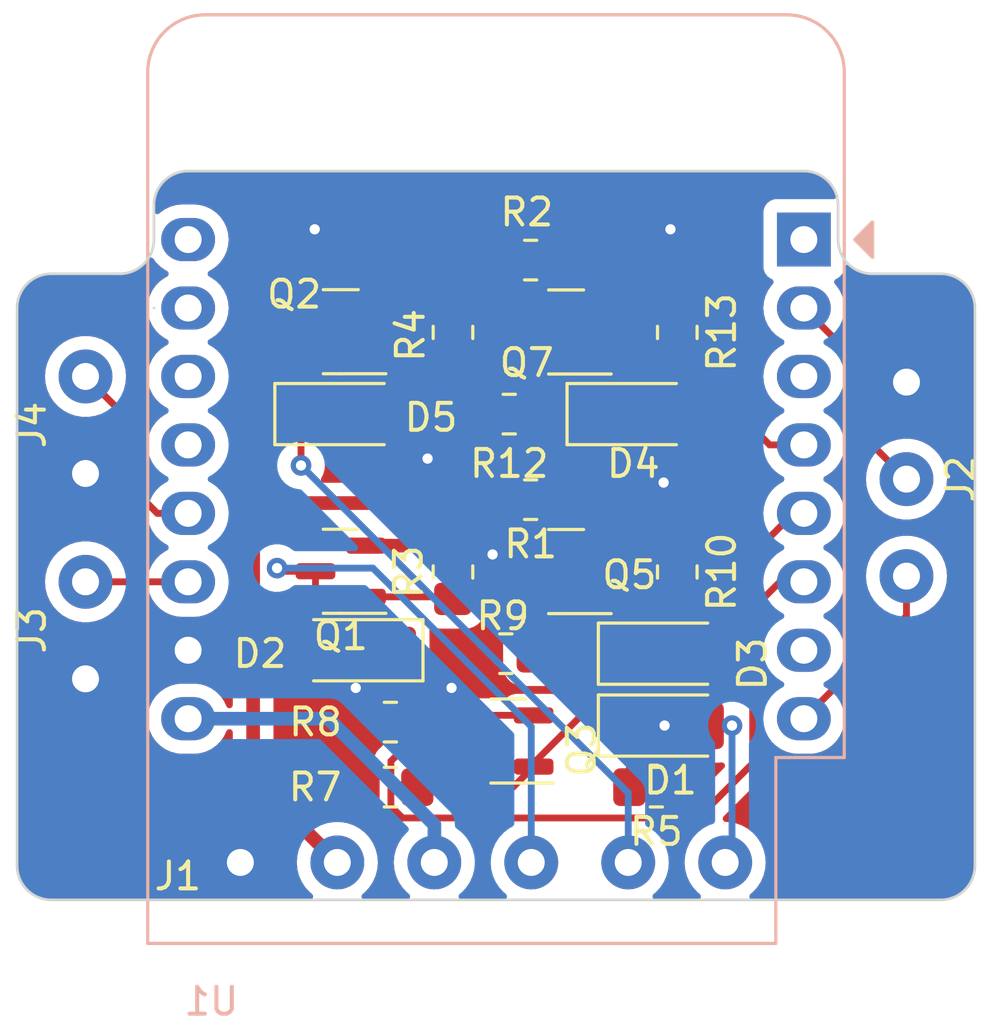
<source format=kicad_pcb>
(kicad_pcb (version 20221018) (generator pcbnew)
  (title_block (comment 4 "AISLER Project ID: OXXCAETM"))
  (layers (0 "F.Cu" signal) (31 "B.Cu" signal) (34 "B.Paste" user) (35 "F.Paste" user) (36 "B.SilkS" user "B.Silkscreen") (37 "F.SilkS" user "F.Silkscreen") (38 "B.Mask" user) (39 "F.Mask" user) (44 "Edge.Cuts" user))
  (net 0 "")
  (net 1 "MIST_VALVE_3V3")
  (net 2 "MIST_AIR_3V3")
  (net 3 "GND")
  (net 4 "+24V")
  (net 5 "+5V")
  (net 6 "MIST_AIR")
  (net 7 "MIST_VALVE")
  (net 8 "REMOTE_EN")
  (net 10 "ADC_1")
  (net 11 "+3.3V")
  (net 12 "KEY_2")
  (net 15 "Net-(D3-K)")
  (net 16 "Net-(D4-K)")
  (net 17 "Net-(Q1-G)")
  (net 18 "Net-(Q2-G)")
  (net 19 "KEY_1")
  (net 20 "Net-(Q3-S)")
  (net 21 "SDA")
  (net 22 "SCL")
  (net 24 "Net-(D1-K)")
  (net 25 "Net-(Q5-S)")
  (net 26 "Net-(Q7-S)")
  (net 27 "Net-(Q3-D)")
  (footprint "Package_TO_SOT_SMD:SOT-23" (layer "F.Cu") (at 12.651 14.8488 180)
    (fp_text reference "Q1" (at 0 -2.4 180) (layer "F.SilkS"))
    (fp_text value "BSS84")
    (fp_line (start 0 -1.56) (end -1.675 -1.56) (stroke (width 0.12)) (layer "F.SilkS"))
    (fp_line (start 0 -1.56) (end 0.65 -1.56) (stroke (width 0.12)) (layer "F.SilkS"))
    (fp_line (start 0 1.56) (end -0.65 1.56) (stroke (width 0.12)) (layer "F.SilkS"))
    (fp_line (start 0 1.56) (end 0.65 1.56) (stroke (width 0.12)) (layer "F.SilkS"))
    (pad "1" smd roundrect (at -0.9375 -0.95 180) (size 1.475 0.6) (layers "F.Cu" "F.Paste" "F.Mask") (net 17 "Net-(Q1-G)"))
    (pad "2" smd roundrect (at -0.9375 0.95 180) (size 1.475 0.6) (layers "F.Cu" "F.Paste" "F.Mask") (net 4 "+24V"))
    (pad "3" smd roundrect (at 0.9375 0 180) (size 1.475 0.6) (layers "F.Cu" "F.Paste" "F.Mask") (net 6 "MIST_AIR"))
  )
  (footprint "LED_SMD:LED_1206_3216Metric_Pad1.42x1.75mm_HandSolder" (layer "F.Cu") (at 23.5125 9.017)
    (fp_text reference "D4" (at 0 1.839) (layer "F.SilkS"))
    (fp_text value "LED")
    (fp_line (start -2.46 -1.135) (end -2.46 1.135) (stroke (width 0.12)) (layer "F.SilkS"))
    (fp_line (start -2.46 1.135) (end 1.6 1.135) (stroke (width 0.12)) (layer "F.SilkS"))
    (fp_line (start 1.6 -1.135) (end -2.46 -1.135) (stroke (width 0.12)) (layer "F.SilkS"))
    (pad "1" smd roundrect (at -1.4875 0) (size 1.425 1.75) (layers "F.Cu" "F.Paste" "F.Mask") (roundrect_rratio 0.1754392982) (net 16 "Net-(D4-K)"))
    (pad "2" smd roundrect (at 1.4875 0) (size 1.425 1.75) (layers "F.Cu" "F.Paste" "F.Mask") (roundrect_rratio 0.1754392982) (net 1 "MIST_VALVE_3V3"))
  )
  (footprint "Diode_SMD:D_1206_3216Metric_Pad1.42x1.75mm_HandSolder" (layer "F.Cu") (at 13.2445 17.78 180)
    (fp_text reference "D2" (at 3.5925 -0.127) (layer "F.SilkS"))
    (fp_text value "LL4148")
    (fp_line (start -2.46 -1.135) (end -2.46 1.135) (stroke (width 0.12)) (layer "F.SilkS"))
    (fp_line (start -2.46 1.135) (end 1.6 1.135) (stroke (width 0.12)) (layer "F.SilkS"))
    (fp_line (start 1.6 -1.135) (end -2.46 -1.135) (stroke (width 0.12)) (layer "F.SilkS"))
    (pad "1" smd roundrect (at -1.4875 0 180) (size 1.425 1.75) (layers "F.Cu" "F.Paste" "F.Mask") (roundrect_rratio 0.1754392982) (net 6 "MIST_AIR"))
    (pad "2" smd roundrect (at 1.4875 0 180) (size 1.425 1.75) (layers "F.Cu" "F.Paste" "F.Mask") (roundrect_rratio 0.1754392982) (net 3 "GND"))
  )
  (footprint "Resistor_SMD:R_0805_2012Metric_Pad1.20x1.40mm_HandSolder" (layer "F.Cu") (at 18.907 9.017)
    (fp_text reference "R12" (at 0 1.839) (layer "F.SilkS"))
    (fp_text value "470R")
    (fp_line (start -0.227064 -0.735) (end 0.227064 -0.735) (stroke (width 0.12)) (layer "F.SilkS"))
    (fp_line (start -0.227064 0.735) (end 0.227064 0.735) (stroke (width 0.12)) (layer "F.SilkS"))
    (pad "1" smd roundrect (at -1 0) (size 1.2 1.4) (layers "F.Cu" "F.Paste" "F.Mask") (roundrect_rratio 0.2083333333) (net 3 "GND"))
    (pad "2" smd roundrect (at 1 0) (size 1.2 1.4) (layers "F.Cu" "F.Paste" "F.Mask") (roundrect_rratio 0.2083333333) (net 16 "Net-(D4-K)"))
  )
  (footprint "Connector_Wire:SolderWire-0.1sqmm_1x02_P3.6mm_D0.4mm_OD1mm" (layer "F.Cu") (at 3.175 18.84 90)
    (fp_text reference "J3" (at 1.8 -2 90) (layer "F.SilkS"))
    (fp_text value "KEY_2")
    (pad "1" thru_hole roundrect (at 0 0 90) (size 2 2) (drill 1) (layers "*.Cu" "*.Mask") (roundrect_rratio 0.15625) (net 3 "GND"))
    (pad "2" thru_hole circle (at 3.6 0 90) (size 2 2) (drill 1) (layers "*.Cu" "*.Mask") (net 12 "KEY_2"))
  )
  (footprint "Resistor_SMD:R_0805_2012Metric_Pad1.20x1.40mm_HandSolder" (layer "F.Cu") (at 25.146 14.875 -90)
    (fp_text reference "R10" (at 0 -1.65 90) (layer "F.SilkS"))
    (fp_text value "10K")
    (fp_line (start -0.227064 -0.735) (end 0.227064 -0.735) (stroke (width 0.12)) (layer "F.SilkS"))
    (fp_line (start -0.227064 0.735) (end 0.227064 0.735) (stroke (width 0.12)) (layer "F.SilkS"))
    (pad "1" smd roundrect (at -1 0 270) (size 1.2 1.4) (layers "F.Cu" "F.Paste" "F.Mask") (roundrect_rratio 0.2083333333) (net 3 "GND"))
    (pad "2" smd roundrect (at 1 0 270) (size 1.2 1.4) (layers "F.Cu" "F.Paste" "F.Mask") (roundrect_rratio 0.2083333333) (net 2 "MIST_AIR_3V3"))
  )
  (footprint "Diode_SMD:D_1206_3216Metric_Pad1.42x1.75mm_HandSolder" (layer "F.Cu") (at 12.6635 9.017)
    (fp_text reference "D5" (at 3.3385 0.127) (layer "F.SilkS"))
    (fp_text value "LL4148")
    (fp_line (start -2.46 -1.135) (end -2.46 1.135) (stroke (width 0.12)) (layer "F.SilkS"))
    (fp_line (start -2.46 1.135) (end 1.6 1.135) (stroke (width 0.12)) (layer "F.SilkS"))
    (fp_line (start 1.6 -1.135) (end -2.46 -1.135) (stroke (width 0.12)) (layer "F.SilkS"))
    (pad "1" smd roundrect (at -1.4875 0) (size 1.425 1.75) (layers "F.Cu" "F.Paste" "F.Mask") (roundrect_rratio 0.1754392982) (net 7 "MIST_VALVE"))
    (pad "2" smd roundrect (at 1.4875 0) (size 1.425 1.75) (layers "F.Cu" "F.Paste" "F.Mask") (roundrect_rratio 0.1754392982) (net 3 "GND"))
  )
  (footprint "Package_TO_SOT_SMD:SOT-23" (layer "F.Cu") (at 18.8745 21.148 180)
    (fp_text reference "Q3" (at -2.7155 -0.32 90) (layer "F.SilkS"))
    (fp_text value "BSS138")
    (fp_line (start 0 -1.56) (end -1.675 -1.56) (stroke (width 0.12)) (layer "F.SilkS"))
    (fp_line (start 0 -1.56) (end 0.65 -1.56) (stroke (width 0.12)) (layer "F.SilkS"))
    (fp_line (start 0 1.56) (end -0.65 1.56) (stroke (width 0.12)) (layer "F.SilkS"))
    (fp_line (start 0 1.56) (end 0.65 1.56) (stroke (width 0.12)) (layer "F.SilkS"))
    (pad "1" smd roundrect (at -0.9375 -0.95 180) (size 1.475 0.6) (layers "F.Cu" "F.Paste" "F.Mask") (net 8 "REMOTE_EN"))
    (pad "2" smd roundrect (at -0.9375 0.95 180) (size 1.475 0.6) (layers "F.Cu" "F.Paste" "F.Mask") (net 20 "Net-(Q3-S)"))
    (pad "3" smd roundrect (at 0.9375 0 180) (size 1.475 0.6) (layers "F.Cu" "F.Paste" "F.Mask") (net 27 "Net-(Q3-D)"))
  )
  (footprint "Resistor_SMD:R_0805_2012Metric_Pad1.20x1.40mm_HandSolder" (layer "F.Cu") (at 19.701 3.302 180)
    (fp_text reference "R2" (at 0.143 1.778) (layer "F.SilkS"))
    (fp_text value "18K")
    (fp_line (start -0.227064 -0.735) (end 0.227064 -0.735) (stroke (width 0.12)) (layer "F.SilkS"))
    (fp_line (start -0.227064 0.735) (end 0.227064 0.735) (stroke (width 0.12)) (layer "F.SilkS"))
    (pad "1" smd roundrect (at -1 0 180) (size 1.2 1.4) (layers "F.Cu" "F.Paste" "F.Mask") (roundrect_rratio 0.2083333333) (net 3 "GND"))
    (pad "2" smd roundrect (at 1 0 180) (size 1.2 1.4) (layers "F.Cu" "F.Paste" "F.Mask") (roundrect_rratio 0.2083333333) (net 26 "Net-(Q7-S)"))
  )
  (footprint "Connector_Wire:SolderWire-0.1sqmm_1x06_P3.6mm_D0.4mm_OD1mm" (layer "F.Cu") (at 8.924 25.654)
    (fp_text reference "J1" (at -2.32 0.508) (layer "F.SilkS"))
    (fp_text value "MIST")
    (pad "1" thru_hole roundrect (at 0 0) (size 2 2) (drill 1) (layers "*.Cu" "*.Mask") (roundrect_rratio 0.15625) (net 3 "GND"))
    (pad "2" thru_hole circle (at 3.6 0) (size 2 2) (drill 1) (layers "*.Cu" "*.Mask") (net 4 "+24V"))
    (pad "3" thru_hole circle (at 7.2 0) (size 2 2) (drill 1) (layers "*.Cu" "*.Mask") (net 5 "+5V"))
    (pad "4" thru_hole circle (at 10.8 0) (size 2 2) (drill 1) (layers "*.Cu" "*.Mask") (net 6 "MIST_AIR"))
    (pad "5" thru_hole circle (at 14.4 0) (size 2 2) (drill 1) (layers "*.Cu" "*.Mask") (net 7 "MIST_VALVE"))
    (pad "6" thru_hole circle (at 18 0) (size 2 2) (drill 1) (layers "*.Cu" "*.Mask") (net 8 "REMOTE_EN"))
  )
  (footprint "Package_TO_SOT_SMD:SOT-23" (layer "F.Cu") (at 21.0165 5.969 180)
    (fp_text reference "Q7" (at 1.4585 -1.143 180) (layer "F.SilkS"))
    (fp_text value "BSS138")
    (fp_line (start 0 -1.56) (end -1.675 -1.56) (stroke (width 0.12)) (layer "F.SilkS"))
    (fp_line (start 0 -1.56) (end 0.65 -1.56) (stroke (width 0.12)) (layer "F.SilkS"))
    (fp_line (start 0 1.56) (end -0.65 1.56) (stroke (width 0.12)) (layer "F.SilkS"))
    (fp_line (start 0 1.56) (end 0.65 1.56) (stroke (width 0.12)) (layer "F.SilkS"))
    (pad "1" smd roundrect (at -0.9375 -0.95 180) (size 1.475 0.6) (layers "F.Cu" "F.Paste" "F.Mask") (net 1 "MIST_VALVE_3V3"))
    (pad "2" smd roundrect (at -0.9375 0.95 180) (size 1.475 0.6) (layers "F.Cu" "F.Paste" "F.Mask") (net 26 "Net-(Q7-S)"))
    (pad "3" smd roundrect (at 0.9375 0 180) (size 1.475 0.6) (layers "F.Cu" "F.Paste" "F.Mask") (net 18 "Net-(Q2-G)"))
  )
  (footprint "Connector_Wire:SolderWire-0.1sqmm_1x03_P3.6mm_D0.4mm_OD1mm" (layer "F.Cu") (at 33.655 7.83 -90)
    (fp_text reference "J2" (at 3.6 -2 90) (layer "F.SilkS"))
    (fp_text value "ADC_1")
    (pad "1" thru_hole roundrect (at 0 0 270) (size 2 2) (drill 1) (layers "*.Cu" "*.Mask") (roundrect_rratio 0.15625) (net 3 "GND"))
    (pad "2" thru_hole circle (at 3.6 0 270) (size 2 2) (drill 1) (layers "*.Cu" "*.Mask") (net 10 "ADC_1"))
    (pad "3" thru_hole circle (at 7.2 0 270) (size 2 2) (drill 1) (layers "*.Cu" "*.Mask") (net 11 "+3.3V"))
  )
  (footprint "Resistor_SMD:R_0805_2012Metric_Pad1.20x1.40mm_HandSolder" (layer "F.Cu") (at 19.701 12.192 180)
    (fp_text reference "R1" (at 0 -1.65) (layer "F.SilkS"))
    (fp_text value "18K")
    (fp_line (start -0.227064 -0.735) (end 0.227064 -0.735) (stroke (width 0.12)) (layer "F.SilkS"))
    (fp_line (start -0.227064 0.735) (end 0.227064 0.735) (stroke (width 0.12)) (layer "F.SilkS"))
    (pad "1" smd roundrect (at -1 0 180) (size 1.2 1.4) (layers "F.Cu" "F.Paste" "F.Mask") (roundrect_rratio 0.2083333333) (net 3 "GND"))
    (pad "2" smd roundrect (at 1 0 180) (size 1.2 1.4) (layers "F.Cu" "F.Paste" "F.Mask") (roundrect_rratio 0.2083333333) (net 25 "Net-(Q5-S)"))
  )
  (footprint "Resistor_SMD:R_0805_2012Metric_Pad1.20x1.40mm_HandSolder" (layer "F.Cu") (at 25.146 5.985 -90)
    (fp_text reference "R13" (at 0 -1.65 90) (layer "F.SilkS"))
    (fp_text value "10K")
    (fp_line (start -0.227064 -0.735) (end 0.227064 -0.735) (stroke (width 0.12)) (layer "F.SilkS"))
    (fp_line (start -0.227064 0.735) (end 0.227064 0.735) (stroke (width 0.12)) (layer "F.SilkS"))
    (pad "1" smd roundrect (at -1 0 270) (size 1.2 1.4) (layers "F.Cu" "F.Paste" "F.Mask") (roundrect_rratio 0.2083333333) (net 3 "GND"))
    (pad "2" smd roundrect (at 1 0 270) (size 1.2 1.4) (layers "F.Cu" "F.Paste" "F.Mask") (roundrect_rratio 0.2083333333) (net 1 "MIST_VALVE_3V3"))
  )
  (footprint "Package_TO_SOT_SMD:SOT-23" (layer "F.Cu") (at 12.651 5.9588 180)
    (fp_text reference "Q2" (at 1.729 1.3868 180) (layer "F.SilkS"))
    (fp_text value "BSS84")
    (fp_line (start 0 -1.56) (end -1.675 -1.56) (stroke (width 0.12)) (layer "F.SilkS"))
    (fp_line (start 0 -1.56) (end 0.65 -1.56) (stroke (width 0.12)) (layer "F.SilkS"))
    (fp_line (start 0 1.56) (end -0.65 1.56) (stroke (width 0.12)) (layer "F.SilkS"))
    (fp_line (start 0 1.56) (end 0.65 1.56) (stroke (width 0.12)) (layer "F.SilkS"))
    (pad "1" smd roundrect (at -0.9375 -0.95 180) (size 1.475 0.6) (layers "F.Cu" "F.Paste" "F.Mask") (net 18 "Net-(Q2-G)"))
    (pad "2" smd roundrect (at -0.9375 0.95 180) (size 1.475 0.6) (layers "F.Cu" "F.Paste" "F.Mask") (net 4 "+24V"))
    (pad "3" smd roundrect (at 0.9375 0 180) (size 1.475 0.6) (layers "F.Cu" "F.Paste" "F.Mask") (net 7 "MIST_VALVE"))
  )
  (footprint "LED_SMD:LED_1206_3216Metric_Pad1.42x1.75mm_HandSolder" (layer "F.Cu") (at 24.6745 17.907)
    (fp_text reference "D3" (at 3.2655 0.381 -90) (layer "F.SilkS"))
    (fp_text value "LED")
    (fp_line (start -2.46 -1.135) (end -2.46 1.135) (stroke (width 0.12)) (layer "F.SilkS"))
    (fp_line (start -2.46 1.135) (end 1.6 1.135) (stroke (width 0.12)) (layer "F.SilkS"))
    (fp_line (start 1.6 -1.135) (end -2.46 -1.135) (stroke (width 0.12)) (layer "F.SilkS"))
    (pad "1" smd roundrect (at -1.4875 0) (size 1.425 1.75) (layers "F.Cu" "F.Paste" "F.Mask") (roundrect_rratio 0.1754392982) (net 15 "Net-(D3-K)"))
    (pad "2" smd roundrect (at 1.4875 0) (size 1.425 1.75) (layers "F.Cu" "F.Paste" "F.Mask") (roundrect_rratio 0.1754392982) (net 2 "MIST_AIR_3V3"))
  )
  (footprint "Resistor_SMD:R_0805_2012Metric_Pad1.20x1.40mm_HandSolder" (layer "F.Cu") (at 16.818 14.875 90)
    (fp_text reference "R3" (at 0 -1.65 90) (layer "F.SilkS"))
    (fp_text value "10K")
    (fp_line (start -0.227064 -0.735) (end 0.227064 -0.735) (stroke (width 0.12)) (layer "F.SilkS"))
    (fp_line (start -0.227064 0.735) (end 0.227064 0.735) (stroke (width 0.12)) (layer "F.SilkS"))
    (pad "1" smd roundrect (at -1 0 90) (size 1.2 1.4) (layers "F.Cu" "F.Paste" "F.Mask") (roundrect_rratio 0.2083333333) (net 17 "Net-(Q1-G)"))
    (pad "2" smd roundrect (at 1 0 90) (size 1.2 1.4) (layers "F.Cu" "F.Paste" "F.Mask") (roundrect_rratio 0.2083333333) (net 4 "+24V"))
  )
  (footprint "Package_TO_SOT_SMD:SOT-23" (layer "F.Cu") (at 21.0165 14.859 180)
    (fp_text reference "Q5" (at -2.3515 -0.127 180) (layer "F.SilkS"))
    (fp_text value "BSS138")
    (fp_line (start 0 -1.56) (end -1.675 -1.56) (stroke (width 0.12)) (layer "F.SilkS"))
    (fp_line (start 0 -1.56) (end 0.65 -1.56) (stroke (width 0.12)) (layer "F.SilkS"))
    (fp_line (start 0 1.56) (end -0.65 1.56) (stroke (width 0.12)) (layer "F.SilkS"))
    (fp_line (start 0 1.56) (end 0.65 1.56) (stroke (width 0.12)) (layer "F.SilkS"))
    (pad "1" smd roundrect (at -0.9375 -0.95 180) (size 1.475 0.6) (layers "F.Cu" "F.Paste" "F.Mask") (net 2 "MIST_AIR_3V3"))
    (pad "2" smd roundrect (at -0.9375 0.95 180) (size 1.475 0.6) (layers "F.Cu" "F.Paste" "F.Mask") (net 25 "Net-(Q5-S)"))
    (pad "3" smd roundrect (at 0.9375 0 180) (size 1.475 0.6) (layers "F.Cu" "F.Paste" "F.Mask") (net 17 "Net-(Q1-G)"))
  )
  (footprint "Resistor_SMD:R_0805_2012Metric_Pad1.20x1.40mm_HandSolder" (layer "F.Cu") (at 14.494 20.447)
    (fp_text reference "R8" (at -2.778 0) (layer "F.SilkS"))
    (fp_text value "18K")
    (fp_line (start -0.227064 -0.735) (end 0.227064 -0.735) (stroke (width 0.12)) (layer "F.SilkS"))
    (fp_line (start -0.227064 0.735) (end 0.227064 0.735) (stroke (width 0.12)) (layer "F.SilkS"))
    (pad "1" smd roundrect (at -1 0) (size 1.2 1.4) (layers "F.Cu" "F.Paste" "F.Mask") (roundrect_rratio 0.2083333333) (net 3 "GND"))
    (pad "2" smd roundrect (at 1 0) (size 1.2 1.4) (layers "F.Cu" "F.Paste" "F.Mask") (roundrect_rratio 0.2083333333) (net 20 "Net-(Q3-S)"))
  )
  (footprint "Resistor_SMD:R_0805_2012Metric_Pad1.20x1.40mm_HandSolder" (layer "F.Cu") (at 14.494 22.86)
    (fp_text reference "R7" (at -2.794 0) (layer "F.SilkS"))
    (fp_text value "10K")
    (fp_line (start -0.227064 -0.735) (end 0.227064 -0.735) (stroke (width 0.12)) (layer "F.SilkS"))
    (fp_line (start -0.227064 0.735) (end 0.227064 0.735) (stroke (width 0.12)) (layer "F.SilkS"))
    (pad "1" smd roundrect (at -1 0) (size 1.2 1.4) (layers "F.Cu" "F.Paste" "F.Mask") (roundrect_rratio 0.2083333333) (net 3 "GND"))
    (pad "2" smd roundrect (at 1 0) (size 1.2 1.4) (layers "F.Cu" "F.Paste" "F.Mask") (roundrect_rratio 0.2083333333) (net 8 "REMOTE_EN"))
  )
  (footprint "Connector_Wire:SolderWire-0.1sqmm_1x02_P3.6mm_D0.4mm_OD1mm" (layer "F.Cu") (at 3.175 11.22 90)
    (fp_text reference "J4" (at 1.8 -2 90) (layer "F.SilkS"))
    (fp_text value "KEY_1")
    (pad "1" thru_hole roundrect (at 0 0 90) (size 2 2) (drill 1) (layers "*.Cu" "*.Mask") (roundrect_rratio 0.15625) (net 3 "GND"))
    (pad "2" thru_hole circle (at 3.6 0 90) (size 2 2) (drill 1) (layers "*.Cu" "*.Mask") (net 19 "KEY_1"))
  )
  (footprint "Resistor_SMD:R_0805_2012Metric_Pad1.20x1.40mm_HandSolder" (layer "F.Cu") (at 18.78 17.907)
    (fp_text reference "R9" (at -0.111 -1.397) (layer "F.SilkS"))
    (fp_text value "470R")
    (fp_line (start -0.227064 -0.735) (end 0.227064 -0.735) (stroke (width 0.12)) (layer "F.SilkS"))
    (fp_line (start -0.227064 0.735) (end 0.227064 0.735) (stroke (width 0.12)) (layer "F.SilkS"))
    (pad "1" smd roundrect (at -1 0) (size 1.2 1.4) (layers "F.Cu" "F.Paste" "F.Mask") (roundrect_rratio 0.2083333333) (net 3 "GND"))
    (pad "2" smd roundrect (at 1 0) (size 1.2 1.4) (layers "F.Cu" "F.Paste" "F.Mask") (roundrect_rratio 0.2083333333) (net 15 "Net-(D3-K)"))
  )
  (footprint "Resistor_SMD:R_0805_2012Metric_Pad1.20x1.40mm_HandSolder" (layer "F.Cu") (at 24.368 22.86 180)
    (fp_text reference "R5" (at 0 -1.65) (layer "F.SilkS"))
    (fp_text value "470R")
    (fp_line (start -0.227064 -0.735) (end 0.227064 -0.735) (stroke (width 0.12)) (layer "F.SilkS"))
    (fp_line (start -0.227064 0.735) (end 0.227064 0.735) (stroke (width 0.12)) (layer "F.SilkS"))
    (pad "1" smd roundrect (at -1 0 180) (size 1.2 1.4) (layers "F.Cu" "F.Paste" "F.Mask") (roundrect_rratio 0.2083333333) (net 3 "GND"))
    (pad "2" smd roundrect (at 1 0 180) (size 1.2 1.4) (layers "F.Cu" "F.Paste" "F.Mask") (roundrect_rratio 0.2083333333) (net 24 "Net-(D1-K)"))
  )
  (footprint "LED_SMD:LED_1206_3216Metric_Pad1.42x1.75mm_HandSolder" (layer "F.Cu") (at 24.6745 20.574)
    (fp_text reference "D1" (at 0.2175 2.032) (layer "F.SilkS"))
    (fp_text value "LED")
    (fp_line (start -2.46 -1.135) (end -2.46 1.135) (stroke (width 0.12)) (layer "F.SilkS"))
    (fp_line (start -2.46 1.135) (end 1.6 1.135) (stroke (width 0.12)) (layer "F.SilkS"))
    (fp_line (start 1.6 -1.135) (end -2.46 -1.135) (stroke (width 0.12)) (layer "F.SilkS"))
    (pad "1" smd roundrect (at -1.4875 0) (size 1.425 1.75) (layers "F.Cu" "F.Paste" "F.Mask") (roundrect_rratio 0.1754392982) (net 24 "Net-(D1-K)"))
    (pad "2" smd roundrect (at 1.4875 0) (size 1.425 1.75) (layers "F.Cu" "F.Paste" "F.Mask") (roundrect_rratio 0.1754392982) (net 8 "REMOTE_EN"))
  )
  (footprint "Resistor_SMD:R_0805_2012Metric_Pad1.20x1.40mm_HandSolder" (layer "F.Cu") (at 16.818 5.985 90)
    (fp_text reference "R4" (at -0.111 -1.578 90) (layer "F.SilkS"))
    (fp_text value "10K")
    (fp_line (start -0.227064 -0.735) (end 0.227064 -0.735) (stroke (width 0.12)) (layer "F.SilkS"))
    (fp_line (start -0.227064 0.735) (end 0.227064 0.735) (stroke (width 0.12)) (layer "F.SilkS"))
    (pad "1" smd roundrect (at -1 0 90) (size 1.2 1.4) (layers "F.Cu" "F.Paste" "F.Mask") (roundrect_rratio 0.2083333333) (net 18 "Net-(Q2-G)"))
    (pad "2" smd roundrect (at 1 0 90) (size 1.2 1.4) (layers "F.Cu" "F.Paste" "F.Mask") (roundrect_rratio 0.2083333333) (net 4 "+24V"))
  )
  (footprint "Module:WEMOS_D1_mini_light" (layer "B.Cu") (at 29.845 2.54 180)
    (fp_text reference "U1" (at 22 -28.27) (layer "B.SilkS") (effects (justify mirror)))
    (fp_text value "WeMos_D1_mini")
    (fp_line (start -1.5 -19.22) (end -1.5 6.21) (stroke (width 0.12)) (layer "B.SilkS"))
    (fp_line (start -1.5 -19.22) (end 1.04 -19.22) (stroke (width 0.12)) (layer "B.SilkS"))
    (fp_line (start 1.04 -26.12) (end 24.36 -26.12) (stroke (width 0.12)) (layer "B.SilkS"))
    (fp_line (start 1.04 -19.22) (end 1.04 -26.12) (stroke (width 0.12)) (layer "B.SilkS"))
    (fp_line (start 22.24 8.34) (end 0.63 8.34) (stroke (width 0.12)) (layer "B.SilkS"))
    (fp_line (start 24.36 -26.12) (end 24.36 6.21) (stroke (width 0.12)) (layer "B.SilkS"))
    (fp_arc (start 0.63 8.34) (mid -0.876137 7.716137) (end -1.5 6.21) (stroke (width 0.12)) (layer "B.SilkS"))
    (fp_arc (start 24.36 6.21) (mid 23.736137 7.716137) (end 22.23 8.34) (stroke (width 0.12)) (layer "B.SilkS"))
    (fp_poly (pts (xy -2.54 0.635) (xy -2.54 -0.635) (xy -1.905 0)) (stroke (width 0.15)) (fill solid) (layer "B.SilkS"))
    (pad "1" thru_hole rect (at 0 0 180) (size 2 2) (drill 1) (layers "*.Cu" "*.Mask"))
    (pad "2" thru_hole oval (at 0 -2.54 180) (size 2 1.6) (drill 1) (layers "*.Cu" "*.Mask") (net 10 "ADC_1"))
    (pad "3" thru_hole oval (at 0 -5.08 180) (size 2 1.6) (drill 1) (layers "*.Cu" "*.Mask"))
    (pad "4" thru_hole oval (at 0 -7.62 180) (size 2 1.6) (drill 1) (layers "*.Cu" "*.Mask") (net 1 "MIST_VALVE_3V3"))
    (pad "5" thru_hole oval (at 0 -10.16 180) (size 2 1.6) (drill 1) (layers "*.Cu" "*.Mask") (net 2 "MIST_AIR_3V3"))
    (pad "6" thru_hole oval (at 0 -12.7 180) (size 2 1.6) (drill 1) (layers "*.Cu" "*.Mask") (net 27 "Net-(Q3-D)"))
    (pad "7" thru_hole oval (at 0 -15.24 180) (size 2 1.6) (drill 1) (layers "*.Cu" "*.Mask"))
    (pad "8" thru_hole oval (at 0 -17.78 180) (size 2 1.6) (drill 1) (layers "*.Cu" "*.Mask") (net 11 "+3.3V"))
    (pad "9" thru_hole oval (at 22.86 -17.78 180) (size 2 1.6) (drill 1) (layers "*.Cu" "*.Mask") (net 5 "+5V"))
    (pad "10" thru_hole oval (at 22.86 -15.24 180) (size 2 1.6) (drill 1) (layers "*.Cu" "*.Mask") (net 3 "GND"))
    (pad "11" thru_hole oval (at 22.86 -12.7 180) (size 2 1.6) (drill 1) (layers "*.Cu" "*.Mask") (net 12 "KEY_2"))
    (pad "12" thru_hole oval (at 22.86 -10.16 180) (size 2 1.6) (drill 1) (layers "*.Cu" "*.Mask") (net 19 "KEY_1"))
    (pad "13" thru_hole oval (at 22.86 -7.62 180) (size 2 1.6) (drill 1) (layers "*.Cu" "*.Mask") (net 21 "SDA"))
    (pad "14" thru_hole oval (at 22.86 -5.08 180) (size 2 1.6) (drill 1) (layers "*.Cu" "*.Mask") (net 22 "SCL"))
    (pad "15" thru_hole oval (at 22.86 -2.54 180) (size 2 1.6) (drill 1) (layers "*.Cu" "*.Mask"))
    (pad "16" thru_hole oval (at 22.86 0 180) (size 2 1.6) (drill 1) (layers "*.Cu" "*.Mask"))
  )
  (gr_line (start 0.635 25.771974) (end 0.635 5.08) (stroke (width 0.1)) (layer "Edge.Cuts"))
  (gr_line (start 36.195 25.771974) (end 36.195 5.08) (stroke (width 0.1)) (layer "Edge.Cuts"))
  (gr_line (start 1.905 3.81) (end 4.445 3.81) (stroke (width 0.1)) (layer "Edge.Cuts"))
  (gr_arc (start 0.635 5.08) (mid 1.006974 4.181974) (end 1.905 3.81) (stroke (width 0.1)) (layer "Edge.Cuts"))
  (gr_line (start 5.715 5.08) (end 5.715 5.08) (stroke (width 0.1)) (layer "Edge.Cuts"))
  (gr_arc (start 1.905 27.041974) (mid 1.006974 26.67) (end 0.635 25.771974) (stroke (width 0.1)) (layer "Edge.Cuts"))
  (gr_arc (start 29.845 0) (mid 30.743026 0.371974) (end 31.115 1.27) (stroke (width 0.1)) (layer "Edge.Cuts"))
  (gr_line (start 6.985 0) (end 29.845 0) (stroke (width 0.1)) (layer "Edge.Cuts"))
  (gr_arc (start 34.925 3.81) (mid 35.823026 4.181974) (end 36.195 5.08) (stroke (width 0.1)) (layer "Edge.Cuts"))
  (gr_line (start 5.715 2.54) (end 5.715 1.27) (stroke (width 0.1)) (layer "Edge.Cuts"))
  (gr_line (start 32.385 3.81) (end 34.925 3.81) (stroke (width 0.1)) (layer "Edge.Cuts"))
  (gr_line (start 31.115 2.54) (end 31.115 1.27) (stroke (width 0.1)) (layer "Edge.Cuts"))
  (gr_arc (start 5.715 2.54) (mid 5.343026 3.438026) (end 4.445 3.81) (stroke (width 0.1)) (layer "Edge.Cuts"))
  (gr_line (start 1.905 27.041974) (end 34.925 27.041974) (stroke (width 0.1)) (layer "Edge.Cuts"))
  (gr_arc (start 32.385 3.81) (mid 31.486974 3.438026) (end 31.115 2.54) (stroke (width 0.1)) (layer "Edge.Cuts"))
  (gr_arc (start 5.715 1.27) (mid 6.086974 0.371974) (end 6.985 0) (stroke (width 0.1)) (layer "Edge.Cuts"))
  (gr_arc (start 36.195 25.771974) (mid 35.823026 26.67) (end 34.925 27.041974) (stroke (width 0.1)) (layer "Edge.Cuts"))
  (segment (start 28.575 10.16) (end 27.305 8.89) (width 0.254) (layer "F.Cu") (net 1))
  (segment (start 25.127 8.89) (end 25 9.017) (width 0.254) (layer "F.Cu") (net 1))
  (segment (start 25.146 6.985) (end 25.146 8.871) (width 0.254) (layer "F.Cu") (net 1))
  (segment (start 25.08 6.919) (end 25.146 6.985) (width 0.254) (layer "F.Cu") (net 1))
  (segment (start 29.845 10.16) (end 28.575 10.16) (width 0.254) (layer "F.Cu") (net 1))
  (segment (start 21.954 6.919) (end 25.08 6.919) (width 0.254) (layer "F.Cu") (net 1))
  (segment (start 27.305 8.89) (end 25.127 8.89) (width 0.254) (layer "F.Cu") (net 1))
  (segment (start 25.146 8.871) (end 25 9.017) (width 0.254) (layer "F.Cu") (net 1))
  (segment (start 26.162 17.907) (end 25.781 17.907) (width 0.254) (layer "F.Cu") (net 2))
  (segment (start 25.08 15.809) (end 25.146 15.875) (width 0.254) (layer "F.Cu") (net 2))
  (segment (start 21.954 15.809) (end 25.08 15.809) (width 0.254) (layer "F.Cu") (net 2))
  (segment (start 29.464 12.7) (end 26.289 15.875) (width 0.254) (layer "F.Cu") (net 2))
  (segment (start 25.146 17.272) (end 25.146 15.875) (width 0.254) (layer "F.Cu") (net 2))
  (segment (start 29.845 12.7) (end 29.464 12.7) (width 0.254) (layer "F.Cu") (net 2))
  (segment (start 26.289 15.875) (end 25.146 15.875) (width 0.254) (layer "F.Cu") (net 2))
  (segment (start 25.781 17.907) (end 25.146 17.272) (width 0.254) (layer "F.Cu") (net 2))
  (via (at 24.892 2.159) (size 0.762) (drill 0.381) (layers "F.Cu" "B.Cu") (net 3))
  (via (at 11.684 2.159) (size 0.762) (drill 0.381) (layers "F.Cu" "B.Cu") (net 3))
  (via (at 18.288 14.224) (size 0.762) (drill 0.381) (layers "F.Cu" "B.Cu") (net 3))
  (via (at 24.638 11.557) (size 0.762) (drill 0.381) (layers "F.Cu" "B.Cu") (net 3))
  (via (at 15.875 10.668) (size 0.762) (drill 0.381) (layers "F.Cu" "B.Cu") (net 3))
  (via (at 24.6745 20.574) (size 0.762) (drill 0.381) (layers "F.Cu" "B.Cu") (net 3))
  (via (at 16.764 19.177) (size 0.762) (drill 0.381) (layers "F.Cu" "B.Cu") (net 3))
  (via (at 13.208 19.177) (size 0.762) (drill 0.381) (layers "F.Cu" "B.Cu") (net 3))
  (segment (start 10.4852 5.0088) (end 9.398 6.096) (width 0.508) (layer "F.Cu") (net 4))
  (segment (start 13.5885 5.0088) (end 10.4852 5.0088) (width 0.508) (layer "F.Cu") (net 4))
  (segment (start 16.7942 13.8988) (end 16.818 13.875) (width 0.508) (layer "F.Cu") (net 4))
  (segment (start 13.5885 5.0088) (end 16.7942 5.0088) (width 0.508) (layer "F.Cu") (net 4))
  (segment (start 16.7942 5.0088) (end 16.818 4.985) (width 0.508) (layer "F.Cu") (net 4))
  (segment (start 16.818 13.875) (end 15.262 12.319) (width 0.508) (layer "F.Cu") (net 4))
  (segment (start 9.398 22.528) (end 9.398 12.319) (width 0.508) (layer "F.Cu") (net 4))
  (segment (start 9.398 12.319) (end 15.262 12.319) (width 0.508) (layer "F.Cu") (net 4))
  (segment (start 13.5885 13.8988) (end 16.7942 13.8988) (width 0.508) (layer "F.Cu") (net 4))
  (segment (start 12.524 25.654) (end 9.398 22.528) (width 0.508) (layer "F.Cu") (net 4))
  (segment (start 9.398 12.319) (end 9.398 6.096) (width 0.508) (layer "F.Cu") (net 4))
  (segment (start 16.129 25.649) (end 16.124 25.654) (width 0.508) (layer "B.Cu") (net 5))
  (segment (start 12.192 20.32) (end 16.129 24.257) (width 0.508) (layer "B.Cu") (net 5))
  (segment (start 6.985 20.32) (end 12.192 20.32) (width 0.508) (layer "B.Cu") (net 5))
  (segment (start 16.129 24.257) (end 16.129 25.649) (width 0.508) (layer "B.Cu") (net 5))
  (segment (start 11.7135 15.412247) (end 11.7135 14.8488) (width 0.254) (layer "F.Cu") (net 6))
  (segment (start 14.081253 17.78) (end 11.7135 15.412247) (width 0.254) (layer "F.Cu") (net 6))
  (segment (start 14.732 17.78) (end 14.081253 17.78) (width 0.254) (layer "F.Cu") (net 6))
  (segment (start 11.7135 14.8488) (end 10.4038 14.8488) (width 0.254) (layer "F.Cu") (net 6))
  (segment (start 10.4038 14.8488) (end 10.287 14.732) (width 0.254) (layer "F.Cu") (net 6))
  (via (at 10.287 14.732) (size 0.762) (drill 0.381) (layers "F.Cu" "B.Cu") (net 6))
  (segment (start 19.724 20.613) (end 19.724 25.654) (width 0.254) (layer "B.Cu") (net 6))
  (segment (start 10.287 14.732) (end 13.843 14.732) (width 0.254) (layer "B.Cu") (net 6))
  (segment (start 13.843 14.732) (end 19.724 20.613) (width 0.254) (layer "B.Cu") (net 6))
  (segment (start 11.176 9.017) (end 11.176 10.922) (width 0.254) (layer "F.Cu") (net 7))
  (segment (start 11.7135 8.4795) (end 11.7135 5.9588) (width 0.254) (layer "F.Cu") (net 7))
  (segment (start 11.176 9.017) (end 11.7135 8.4795) (width 0.254) (layer "F.Cu") (net 7))
  (via (at 11.176 10.922) (size 0.762) (drill 0.381) (layers "F.Cu" "B.Cu") (net 7))
  (segment (start 11.176 10.922) (end 23.324 23.07) (width 0.254) (layer "B.Cu") (net 7))
  (segment (start 23.324 23.07) (end 23.324 25.654) (width 0.254) (layer "B.Cu") (net 7))
  (segment (start 22.463132 19.318) (end 19.812 21.969132) (width 0.254) (layer "F.Cu") (net 8))
  (segment (start 26.162 20.574) (end 27.178 20.574) (width 0.254) (layer "F.Cu") (net 8))
  (segment (start 15.494 22.86) (end 19.05 22.86) (width 0.254) (layer "F.Cu") (net 8))
  (segment (start 24.906 19.318) (end 26.162 20.574) (width 0.254) (layer "F.Cu") (net 8))
  (segment (start 19.812 21.969132) (end 19.812 22.098) (width 0.254) (layer "F.Cu") (net 8))
  (segment (start 22.463132 19.318) (end 24.906 19.318) (width 0.254) (layer "F.Cu") (net 8))
  (segment (start 19.05 22.86) (end 19.812 22.098) (width 0.254) (layer "F.Cu") (net 8))
  (via (at 27.178 20.574) (size 0.762) (drill 0.381) (layers "F.Cu" "B.Cu") (net 8))
  (segment (start 26.924 25.654) (end 27.178 25.4) (width 0.254) (layer "B.Cu") (net 8))
  (segment (start 27.178 25.4) (end 27.178 20.574) (width 0.254) (layer "B.Cu") (net 8))
  (segment (start 29.845 5.08) (end 31.75 6.985) (width 0.254) (layer "F.Cu") (net 10))
  (segment (start 31.75 6.985) (end 31.75 9.525) (width 0.254) (layer "F.Cu") (net 10))
  (segment (start 31.75 9.525) (end 33.655 11.43) (width 0.254) (layer "F.Cu") (net 10))
  (segment (start 29.845 20.32) (end 33.655 16.51) (width 0.254) (layer "F.Cu") (net 11))
  (segment (start 33.655 16.51) (end 33.655 15.03) (width 0.254) (layer "F.Cu") (net 11))
  (segment (start 3.175 15.24) (end 6.985 15.24) (width 0.254) (layer "F.Cu") (net 12))
  (segment (start 19.78 17.907) (end 23.187 17.907) (width 0.254) (layer "F.Cu") (net 15))
  (segment (start 22.025 9.017) (end 19.907 9.017) (width 0.254) (layer "F.Cu") (net 16))
  (segment (start 13.5885 15.7988) (end 16.7418 15.7988) (width 0.254) (layer "F.Cu") (net 17))
  (segment (start 16.818 15.875) (end 19.063 15.875) (width 0.254) (layer "F.Cu") (net 17))
  (segment (start 16.7418 15.7988) (end 16.818 15.875) (width 0.254) (layer "F.Cu") (net 17))
  (segment (start 19.063 15.875) (end 20.079 14.859) (width 0.254) (layer "F.Cu") (net 17))
  (segment (start 19.558 5.969) (end 18.542 6.985) (width 0.254) (layer "F.Cu") (net 18))
  (segment (start 20.079 5.969) (end 19.558 5.969) (width 0.254) (layer "F.Cu") (net 18))
  (segment (start 13.5885 6.9088) (end 16.7418 6.9088) (width 0.254) (layer "F.Cu") (net 18))
  (segment (start 18.542 6.985) (end 16.818 6.985) (width 0.254) (layer "F.Cu") (net 18))
  (segment (start 16.7418 6.9088) (end 16.818 6.985) (width 0.254) (layer "F.Cu") (net 18))
  (segment (start 5.842 12.7) (end 6.985 12.7) (width 0.254) (layer "F.Cu") (net 19))
  (segment (start 4.826 11.684) (end 5.842 12.7) (width 0.254) (layer "F.Cu") (net 19))
  (segment (start 3.175 7.62) (end 4.826 9.271) (width 0.254) (layer "F.Cu") (net 19))
  (segment (start 4.826 9.271) (end 4.826 11.684) (width 0.254) (layer "F.Cu") (net 19))
  (segment (start 19.807 20.193) (end 19.812 20.198) (width 0.254) (layer "F.Cu") (net 20))
  (segment (start 15.748 20.193) (end 19.807 20.193) (width 0.254) (layer "F.Cu") (net 20))
  (segment (start 15.494 20.447) (end 15.748 20.193) (width 0.254) (layer "F.Cu") (net 20))
  (segment (start 23.368 20.755) (end 23.187 20.574) (width 0.254) (layer "F.Cu") (net 24))
  (segment (start 23.368 22.86) (end 23.368 20.755) (width 0.254) (layer "F.Cu") (net 24))
  (segment (start 18.701 12.192) (end 18.701 13.494) (width 0.254) (layer "F.Cu") (net 25))
  (segment (start 18.701 13.494) (end 19.116 13.909) (width 0.254) (layer "F.Cu") (net 25))
  (segment (start 21.954 13.909) (end 19.116 13.909) (width 0.254) (layer "F.Cu") (net 25))
  (segment (start 18.701 3.715) (end 20.005 5.019) (width 0.254) (layer "F.Cu") (net 26))
  (segment (start 18.701 3.302) (end 18.701 3.715) (width 0.254) (layer "F.Cu") (net 26))
  (segment (start 20.005 5.019) (end 21.954 5.019) (width 0.254) (layer "F.Cu") (net 26))
  (segment (start 17.937 21.148) (end 17.557 21.528) (width 0.254) (layer "F.Cu") (net 27))
  (segment (start 14.944631 24.003) (end 25.917369 24.003) (width 0.254) (layer "F.Cu") (net 27))
  (segment (start 14.513 23.571369) (end 14.944631 24.003) (width 0.254) (layer "F.Cu") (net 27))
  (segment (start 14.513 21.897631) (end 14.513 23.571369) (width 0.254) (layer "F.Cu") (net 27))
  (segment (start 17.557 21.528) (end 14.882631 21.528) (width 0.254) (layer "F.Cu") (net 27))
  (segment (start 28.956 15.24) (end 29.845 15.24) (width 0.254) (layer "F.Cu") (net 27))
  (segment (start 27.944685 16.251315) (end 28.956 15.24) (width 0.254) (layer "F.Cu") (net 27))
  (segment (start 27.944685 21.975685) (end 27.944685 16.251315) (width 0.254) (layer "F.Cu") (net 27))
  (segment (start 25.917369 24.003) (end 27.944685 21.975685) (width 0.254) (layer "F.Cu") (net 27))
  (segment (start 14.882631 21.528) (end 14.513 21.897631) (width 0.254) (layer "F.Cu") (net 27))
  (zone (net 3) (net_name "GND") (layers "F&B.Cu") (connect_pads yes (clearance 0.5)) (min_thickness 0.25) (fill yes (thermal_gap 0.5) (thermal_bridge_width 0.5))
    (polygon (pts (xy 0 -6.35) (xy 36.83 -6.35) (xy 36.83 30.48) (xy 0 30.48)))
  )
)
</source>
